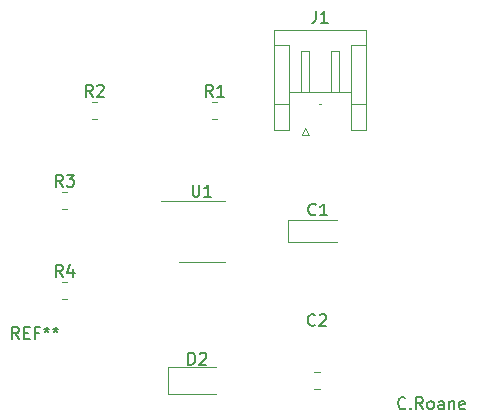
<source format=gbr>
%TF.GenerationSoftware,KiCad,Pcbnew,7.0.8*%
%TF.CreationDate,2023-10-16T16:24:13-07:00*%
%TF.ProjectId,KiCad_Lab2_ConnorRoane,4b694361-645f-44c6-9162-325f436f6e6e,rev?*%
%TF.SameCoordinates,Original*%
%TF.FileFunction,Legend,Top*%
%TF.FilePolarity,Positive*%
%FSLAX46Y46*%
G04 Gerber Fmt 4.6, Leading zero omitted, Abs format (unit mm)*
G04 Created by KiCad (PCBNEW 7.0.8) date 2023-10-16 16:24:13*
%MOMM*%
%LPD*%
G01*
G04 APERTURE LIST*
%ADD10C,0.150000*%
%ADD11C,0.120000*%
G04 APERTURE END LIST*
D10*
X120288207Y-91214580D02*
X120240588Y-91262200D01*
X120240588Y-91262200D02*
X120097731Y-91309819D01*
X120097731Y-91309819D02*
X120002493Y-91309819D01*
X120002493Y-91309819D02*
X119859636Y-91262200D01*
X119859636Y-91262200D02*
X119764398Y-91166961D01*
X119764398Y-91166961D02*
X119716779Y-91071723D01*
X119716779Y-91071723D02*
X119669160Y-90881247D01*
X119669160Y-90881247D02*
X119669160Y-90738390D01*
X119669160Y-90738390D02*
X119716779Y-90547914D01*
X119716779Y-90547914D02*
X119764398Y-90452676D01*
X119764398Y-90452676D02*
X119859636Y-90357438D01*
X119859636Y-90357438D02*
X120002493Y-90309819D01*
X120002493Y-90309819D02*
X120097731Y-90309819D01*
X120097731Y-90309819D02*
X120240588Y-90357438D01*
X120240588Y-90357438D02*
X120288207Y-90405057D01*
X120716779Y-91214580D02*
X120764398Y-91262200D01*
X120764398Y-91262200D02*
X120716779Y-91309819D01*
X120716779Y-91309819D02*
X120669160Y-91262200D01*
X120669160Y-91262200D02*
X120716779Y-91214580D01*
X120716779Y-91214580D02*
X120716779Y-91309819D01*
X121764397Y-91309819D02*
X121431064Y-90833628D01*
X121192969Y-91309819D02*
X121192969Y-90309819D01*
X121192969Y-90309819D02*
X121573921Y-90309819D01*
X121573921Y-90309819D02*
X121669159Y-90357438D01*
X121669159Y-90357438D02*
X121716778Y-90405057D01*
X121716778Y-90405057D02*
X121764397Y-90500295D01*
X121764397Y-90500295D02*
X121764397Y-90643152D01*
X121764397Y-90643152D02*
X121716778Y-90738390D01*
X121716778Y-90738390D02*
X121669159Y-90786009D01*
X121669159Y-90786009D02*
X121573921Y-90833628D01*
X121573921Y-90833628D02*
X121192969Y-90833628D01*
X122335826Y-91309819D02*
X122240588Y-91262200D01*
X122240588Y-91262200D02*
X122192969Y-91214580D01*
X122192969Y-91214580D02*
X122145350Y-91119342D01*
X122145350Y-91119342D02*
X122145350Y-90833628D01*
X122145350Y-90833628D02*
X122192969Y-90738390D01*
X122192969Y-90738390D02*
X122240588Y-90690771D01*
X122240588Y-90690771D02*
X122335826Y-90643152D01*
X122335826Y-90643152D02*
X122478683Y-90643152D01*
X122478683Y-90643152D02*
X122573921Y-90690771D01*
X122573921Y-90690771D02*
X122621540Y-90738390D01*
X122621540Y-90738390D02*
X122669159Y-90833628D01*
X122669159Y-90833628D02*
X122669159Y-91119342D01*
X122669159Y-91119342D02*
X122621540Y-91214580D01*
X122621540Y-91214580D02*
X122573921Y-91262200D01*
X122573921Y-91262200D02*
X122478683Y-91309819D01*
X122478683Y-91309819D02*
X122335826Y-91309819D01*
X123526302Y-91309819D02*
X123526302Y-90786009D01*
X123526302Y-90786009D02*
X123478683Y-90690771D01*
X123478683Y-90690771D02*
X123383445Y-90643152D01*
X123383445Y-90643152D02*
X123192969Y-90643152D01*
X123192969Y-90643152D02*
X123097731Y-90690771D01*
X123526302Y-91262200D02*
X123431064Y-91309819D01*
X123431064Y-91309819D02*
X123192969Y-91309819D01*
X123192969Y-91309819D02*
X123097731Y-91262200D01*
X123097731Y-91262200D02*
X123050112Y-91166961D01*
X123050112Y-91166961D02*
X123050112Y-91071723D01*
X123050112Y-91071723D02*
X123097731Y-90976485D01*
X123097731Y-90976485D02*
X123192969Y-90928866D01*
X123192969Y-90928866D02*
X123431064Y-90928866D01*
X123431064Y-90928866D02*
X123526302Y-90881247D01*
X124002493Y-90643152D02*
X124002493Y-91309819D01*
X124002493Y-90738390D02*
X124050112Y-90690771D01*
X124050112Y-90690771D02*
X124145350Y-90643152D01*
X124145350Y-90643152D02*
X124288207Y-90643152D01*
X124288207Y-90643152D02*
X124383445Y-90690771D01*
X124383445Y-90690771D02*
X124431064Y-90786009D01*
X124431064Y-90786009D02*
X124431064Y-91309819D01*
X125288207Y-91262200D02*
X125192969Y-91309819D01*
X125192969Y-91309819D02*
X125002493Y-91309819D01*
X125002493Y-91309819D02*
X124907255Y-91262200D01*
X124907255Y-91262200D02*
X124859636Y-91166961D01*
X124859636Y-91166961D02*
X124859636Y-90786009D01*
X124859636Y-90786009D02*
X124907255Y-90690771D01*
X124907255Y-90690771D02*
X125002493Y-90643152D01*
X125002493Y-90643152D02*
X125192969Y-90643152D01*
X125192969Y-90643152D02*
X125288207Y-90690771D01*
X125288207Y-90690771D02*
X125335826Y-90786009D01*
X125335826Y-90786009D02*
X125335826Y-90881247D01*
X125335826Y-90881247D02*
X124859636Y-90976485D01*
X87566666Y-85354819D02*
X87233333Y-84878628D01*
X86995238Y-85354819D02*
X86995238Y-84354819D01*
X86995238Y-84354819D02*
X87376190Y-84354819D01*
X87376190Y-84354819D02*
X87471428Y-84402438D01*
X87471428Y-84402438D02*
X87519047Y-84450057D01*
X87519047Y-84450057D02*
X87566666Y-84545295D01*
X87566666Y-84545295D02*
X87566666Y-84688152D01*
X87566666Y-84688152D02*
X87519047Y-84783390D01*
X87519047Y-84783390D02*
X87471428Y-84831009D01*
X87471428Y-84831009D02*
X87376190Y-84878628D01*
X87376190Y-84878628D02*
X86995238Y-84878628D01*
X87995238Y-84831009D02*
X88328571Y-84831009D01*
X88471428Y-85354819D02*
X87995238Y-85354819D01*
X87995238Y-85354819D02*
X87995238Y-84354819D01*
X87995238Y-84354819D02*
X88471428Y-84354819D01*
X89233333Y-84831009D02*
X88900000Y-84831009D01*
X88900000Y-85354819D02*
X88900000Y-84354819D01*
X88900000Y-84354819D02*
X89376190Y-84354819D01*
X89900000Y-84354819D02*
X89900000Y-84592914D01*
X89661905Y-84497676D02*
X89900000Y-84592914D01*
X89900000Y-84592914D02*
X90138095Y-84497676D01*
X89757143Y-84783390D02*
X89900000Y-84592914D01*
X89900000Y-84592914D02*
X90042857Y-84783390D01*
X90661905Y-84354819D02*
X90661905Y-84592914D01*
X90423810Y-84497676D02*
X90661905Y-84592914D01*
X90661905Y-84592914D02*
X90900000Y-84497676D01*
X90519048Y-84783390D02*
X90661905Y-84592914D01*
X90661905Y-84592914D02*
X90804762Y-84783390D01*
X102265595Y-72314819D02*
X102265595Y-73124342D01*
X102265595Y-73124342D02*
X102313214Y-73219580D01*
X102313214Y-73219580D02*
X102360833Y-73267200D01*
X102360833Y-73267200D02*
X102456071Y-73314819D01*
X102456071Y-73314819D02*
X102646547Y-73314819D01*
X102646547Y-73314819D02*
X102741785Y-73267200D01*
X102741785Y-73267200D02*
X102789404Y-73219580D01*
X102789404Y-73219580D02*
X102837023Y-73124342D01*
X102837023Y-73124342D02*
X102837023Y-72314819D01*
X103837023Y-73314819D02*
X103265595Y-73314819D01*
X103551309Y-73314819D02*
X103551309Y-72314819D01*
X103551309Y-72314819D02*
X103456071Y-72457676D01*
X103456071Y-72457676D02*
X103360833Y-72552914D01*
X103360833Y-72552914D02*
X103265595Y-72600533D01*
X91273333Y-80084819D02*
X90940000Y-79608628D01*
X90701905Y-80084819D02*
X90701905Y-79084819D01*
X90701905Y-79084819D02*
X91082857Y-79084819D01*
X91082857Y-79084819D02*
X91178095Y-79132438D01*
X91178095Y-79132438D02*
X91225714Y-79180057D01*
X91225714Y-79180057D02*
X91273333Y-79275295D01*
X91273333Y-79275295D02*
X91273333Y-79418152D01*
X91273333Y-79418152D02*
X91225714Y-79513390D01*
X91225714Y-79513390D02*
X91178095Y-79561009D01*
X91178095Y-79561009D02*
X91082857Y-79608628D01*
X91082857Y-79608628D02*
X90701905Y-79608628D01*
X92130476Y-79418152D02*
X92130476Y-80084819D01*
X91892381Y-79037200D02*
X91654286Y-79751485D01*
X91654286Y-79751485D02*
X92273333Y-79751485D01*
X91273333Y-72464819D02*
X90940000Y-71988628D01*
X90701905Y-72464819D02*
X90701905Y-71464819D01*
X90701905Y-71464819D02*
X91082857Y-71464819D01*
X91082857Y-71464819D02*
X91178095Y-71512438D01*
X91178095Y-71512438D02*
X91225714Y-71560057D01*
X91225714Y-71560057D02*
X91273333Y-71655295D01*
X91273333Y-71655295D02*
X91273333Y-71798152D01*
X91273333Y-71798152D02*
X91225714Y-71893390D01*
X91225714Y-71893390D02*
X91178095Y-71941009D01*
X91178095Y-71941009D02*
X91082857Y-71988628D01*
X91082857Y-71988628D02*
X90701905Y-71988628D01*
X91606667Y-71464819D02*
X92225714Y-71464819D01*
X92225714Y-71464819D02*
X91892381Y-71845771D01*
X91892381Y-71845771D02*
X92035238Y-71845771D01*
X92035238Y-71845771D02*
X92130476Y-71893390D01*
X92130476Y-71893390D02*
X92178095Y-71941009D01*
X92178095Y-71941009D02*
X92225714Y-72036247D01*
X92225714Y-72036247D02*
X92225714Y-72274342D01*
X92225714Y-72274342D02*
X92178095Y-72369580D01*
X92178095Y-72369580D02*
X92130476Y-72417200D01*
X92130476Y-72417200D02*
X92035238Y-72464819D01*
X92035238Y-72464819D02*
X91749524Y-72464819D01*
X91749524Y-72464819D02*
X91654286Y-72417200D01*
X91654286Y-72417200D02*
X91606667Y-72369580D01*
X93813333Y-64844819D02*
X93480000Y-64368628D01*
X93241905Y-64844819D02*
X93241905Y-63844819D01*
X93241905Y-63844819D02*
X93622857Y-63844819D01*
X93622857Y-63844819D02*
X93718095Y-63892438D01*
X93718095Y-63892438D02*
X93765714Y-63940057D01*
X93765714Y-63940057D02*
X93813333Y-64035295D01*
X93813333Y-64035295D02*
X93813333Y-64178152D01*
X93813333Y-64178152D02*
X93765714Y-64273390D01*
X93765714Y-64273390D02*
X93718095Y-64321009D01*
X93718095Y-64321009D02*
X93622857Y-64368628D01*
X93622857Y-64368628D02*
X93241905Y-64368628D01*
X94194286Y-63940057D02*
X94241905Y-63892438D01*
X94241905Y-63892438D02*
X94337143Y-63844819D01*
X94337143Y-63844819D02*
X94575238Y-63844819D01*
X94575238Y-63844819D02*
X94670476Y-63892438D01*
X94670476Y-63892438D02*
X94718095Y-63940057D01*
X94718095Y-63940057D02*
X94765714Y-64035295D01*
X94765714Y-64035295D02*
X94765714Y-64130533D01*
X94765714Y-64130533D02*
X94718095Y-64273390D01*
X94718095Y-64273390D02*
X94146667Y-64844819D01*
X94146667Y-64844819D02*
X94765714Y-64844819D01*
X103973333Y-64844819D02*
X103640000Y-64368628D01*
X103401905Y-64844819D02*
X103401905Y-63844819D01*
X103401905Y-63844819D02*
X103782857Y-63844819D01*
X103782857Y-63844819D02*
X103878095Y-63892438D01*
X103878095Y-63892438D02*
X103925714Y-63940057D01*
X103925714Y-63940057D02*
X103973333Y-64035295D01*
X103973333Y-64035295D02*
X103973333Y-64178152D01*
X103973333Y-64178152D02*
X103925714Y-64273390D01*
X103925714Y-64273390D02*
X103878095Y-64321009D01*
X103878095Y-64321009D02*
X103782857Y-64368628D01*
X103782857Y-64368628D02*
X103401905Y-64368628D01*
X104925714Y-64844819D02*
X104354286Y-64844819D01*
X104640000Y-64844819D02*
X104640000Y-63844819D01*
X104640000Y-63844819D02*
X104544762Y-63987676D01*
X104544762Y-63987676D02*
X104449524Y-64082914D01*
X104449524Y-64082914D02*
X104354286Y-64130533D01*
X112716666Y-57594819D02*
X112716666Y-58309104D01*
X112716666Y-58309104D02*
X112669047Y-58451961D01*
X112669047Y-58451961D02*
X112573809Y-58547200D01*
X112573809Y-58547200D02*
X112430952Y-58594819D01*
X112430952Y-58594819D02*
X112335714Y-58594819D01*
X113716666Y-58594819D02*
X113145238Y-58594819D01*
X113430952Y-58594819D02*
X113430952Y-57594819D01*
X113430952Y-57594819D02*
X113335714Y-57737676D01*
X113335714Y-57737676D02*
X113240476Y-57832914D01*
X113240476Y-57832914D02*
X113145238Y-57880533D01*
X101914405Y-87534819D02*
X101914405Y-86534819D01*
X101914405Y-86534819D02*
X102152500Y-86534819D01*
X102152500Y-86534819D02*
X102295357Y-86582438D01*
X102295357Y-86582438D02*
X102390595Y-86677676D01*
X102390595Y-86677676D02*
X102438214Y-86772914D01*
X102438214Y-86772914D02*
X102485833Y-86963390D01*
X102485833Y-86963390D02*
X102485833Y-87106247D01*
X102485833Y-87106247D02*
X102438214Y-87296723D01*
X102438214Y-87296723D02*
X102390595Y-87391961D01*
X102390595Y-87391961D02*
X102295357Y-87487200D01*
X102295357Y-87487200D02*
X102152500Y-87534819D01*
X102152500Y-87534819D02*
X101914405Y-87534819D01*
X102866786Y-86630057D02*
X102914405Y-86582438D01*
X102914405Y-86582438D02*
X103009643Y-86534819D01*
X103009643Y-86534819D02*
X103247738Y-86534819D01*
X103247738Y-86534819D02*
X103342976Y-86582438D01*
X103342976Y-86582438D02*
X103390595Y-86630057D01*
X103390595Y-86630057D02*
X103438214Y-86725295D01*
X103438214Y-86725295D02*
X103438214Y-86820533D01*
X103438214Y-86820533D02*
X103390595Y-86963390D01*
X103390595Y-86963390D02*
X102819167Y-87534819D01*
X102819167Y-87534819D02*
X103438214Y-87534819D01*
X112630833Y-84179580D02*
X112583214Y-84227200D01*
X112583214Y-84227200D02*
X112440357Y-84274819D01*
X112440357Y-84274819D02*
X112345119Y-84274819D01*
X112345119Y-84274819D02*
X112202262Y-84227200D01*
X112202262Y-84227200D02*
X112107024Y-84131961D01*
X112107024Y-84131961D02*
X112059405Y-84036723D01*
X112059405Y-84036723D02*
X112011786Y-83846247D01*
X112011786Y-83846247D02*
X112011786Y-83703390D01*
X112011786Y-83703390D02*
X112059405Y-83512914D01*
X112059405Y-83512914D02*
X112107024Y-83417676D01*
X112107024Y-83417676D02*
X112202262Y-83322438D01*
X112202262Y-83322438D02*
X112345119Y-83274819D01*
X112345119Y-83274819D02*
X112440357Y-83274819D01*
X112440357Y-83274819D02*
X112583214Y-83322438D01*
X112583214Y-83322438D02*
X112630833Y-83370057D01*
X113011786Y-83370057D02*
X113059405Y-83322438D01*
X113059405Y-83322438D02*
X113154643Y-83274819D01*
X113154643Y-83274819D02*
X113392738Y-83274819D01*
X113392738Y-83274819D02*
X113487976Y-83322438D01*
X113487976Y-83322438D02*
X113535595Y-83370057D01*
X113535595Y-83370057D02*
X113583214Y-83465295D01*
X113583214Y-83465295D02*
X113583214Y-83560533D01*
X113583214Y-83560533D02*
X113535595Y-83703390D01*
X113535595Y-83703390D02*
X112964167Y-84274819D01*
X112964167Y-84274819D02*
X113583214Y-84274819D01*
X112695833Y-74809580D02*
X112648214Y-74857200D01*
X112648214Y-74857200D02*
X112505357Y-74904819D01*
X112505357Y-74904819D02*
X112410119Y-74904819D01*
X112410119Y-74904819D02*
X112267262Y-74857200D01*
X112267262Y-74857200D02*
X112172024Y-74761961D01*
X112172024Y-74761961D02*
X112124405Y-74666723D01*
X112124405Y-74666723D02*
X112076786Y-74476247D01*
X112076786Y-74476247D02*
X112076786Y-74333390D01*
X112076786Y-74333390D02*
X112124405Y-74142914D01*
X112124405Y-74142914D02*
X112172024Y-74047676D01*
X112172024Y-74047676D02*
X112267262Y-73952438D01*
X112267262Y-73952438D02*
X112410119Y-73904819D01*
X112410119Y-73904819D02*
X112505357Y-73904819D01*
X112505357Y-73904819D02*
X112648214Y-73952438D01*
X112648214Y-73952438D02*
X112695833Y-74000057D01*
X113648214Y-74904819D02*
X113076786Y-74904819D01*
X113362500Y-74904819D02*
X113362500Y-73904819D01*
X113362500Y-73904819D02*
X113267262Y-74047676D01*
X113267262Y-74047676D02*
X113172024Y-74142914D01*
X113172024Y-74142914D02*
X113076786Y-74190533D01*
D11*
%TO.C,U1*%
X103027500Y-73700000D02*
X104977500Y-73700000D01*
X103027500Y-73700000D02*
X99577500Y-73700000D01*
X103027500Y-78820000D02*
X101077500Y-78820000D01*
X103027500Y-78820000D02*
X104977500Y-78820000D01*
%TO.C,R4*%
X91212936Y-80545000D02*
X91667064Y-80545000D01*
X91212936Y-82015000D02*
X91667064Y-82015000D01*
%TO.C,R3*%
X91212936Y-72925000D02*
X91667064Y-72925000D01*
X91212936Y-74395000D02*
X91667064Y-74395000D01*
%TO.C,R2*%
X93752936Y-66775000D02*
X94207064Y-66775000D01*
X93752936Y-65305000D02*
X94207064Y-65305000D01*
%TO.C,R1*%
X103912936Y-65305000D02*
X104367064Y-65305000D01*
X103912936Y-66775000D02*
X104367064Y-66775000D01*
%TO.C,J1*%
X114620000Y-61030000D02*
X114620000Y-64450000D01*
X115690000Y-60450000D02*
X115690000Y-65450000D01*
X110410000Y-64450000D02*
X115690000Y-64450000D01*
X115690000Y-67650000D02*
X115690000Y-65450000D01*
X114300000Y-60950000D02*
X114620000Y-61030000D01*
X114620000Y-64450000D02*
X114300000Y-64450000D01*
X112970000Y-65450000D02*
X113130000Y-65450000D01*
X111800000Y-67540000D02*
X111500000Y-68140000D01*
X116910000Y-59230000D02*
X116910000Y-67650000D01*
X110410000Y-60450000D02*
X110410000Y-65450000D01*
X109190000Y-60450000D02*
X110410000Y-60450000D01*
X111800000Y-64450000D02*
X111480000Y-64450000D01*
X111500000Y-68140000D02*
X112100000Y-68140000D01*
X111480000Y-64450000D02*
X111480000Y-61030000D01*
X112100000Y-68140000D02*
X111800000Y-67540000D01*
X111800000Y-60950000D02*
X112120000Y-61030000D01*
X110410000Y-67650000D02*
X109190000Y-67650000D01*
X114300000Y-64450000D02*
X113980000Y-64450000D01*
X116910000Y-67650000D02*
X115690000Y-67650000D01*
X109190000Y-59230000D02*
X116910000Y-59230000D01*
X113980000Y-61030000D02*
X114300000Y-60950000D01*
X111480000Y-61030000D02*
X111800000Y-60950000D01*
X109190000Y-67650000D02*
X109190000Y-59230000D01*
X112120000Y-64450000D02*
X111800000Y-64450000D01*
X115690000Y-65450000D02*
X116910000Y-65450000D01*
X110410000Y-65450000D02*
X109190000Y-65450000D01*
X112120000Y-61030000D02*
X112120000Y-64450000D01*
X116910000Y-60450000D02*
X115690000Y-60450000D01*
X110410000Y-65450000D02*
X110410000Y-67650000D01*
X113980000Y-64450000D02*
X113980000Y-61030000D01*
%TO.C,D2*%
X100192500Y-90035000D02*
X104252500Y-90035000D01*
X100192500Y-87765000D02*
X100192500Y-90035000D01*
X104252500Y-87765000D02*
X100192500Y-87765000D01*
%TO.C,C2*%
X112536248Y-88165000D02*
X113058752Y-88165000D01*
X112536248Y-89635000D02*
X113058752Y-89635000D01*
%TO.C,C1*%
X110377500Y-77135000D02*
X114462500Y-77135000D01*
X114462500Y-75265000D02*
X110377500Y-75265000D01*
X110377500Y-75265000D02*
X110377500Y-77135000D01*
%TD*%
M02*

</source>
